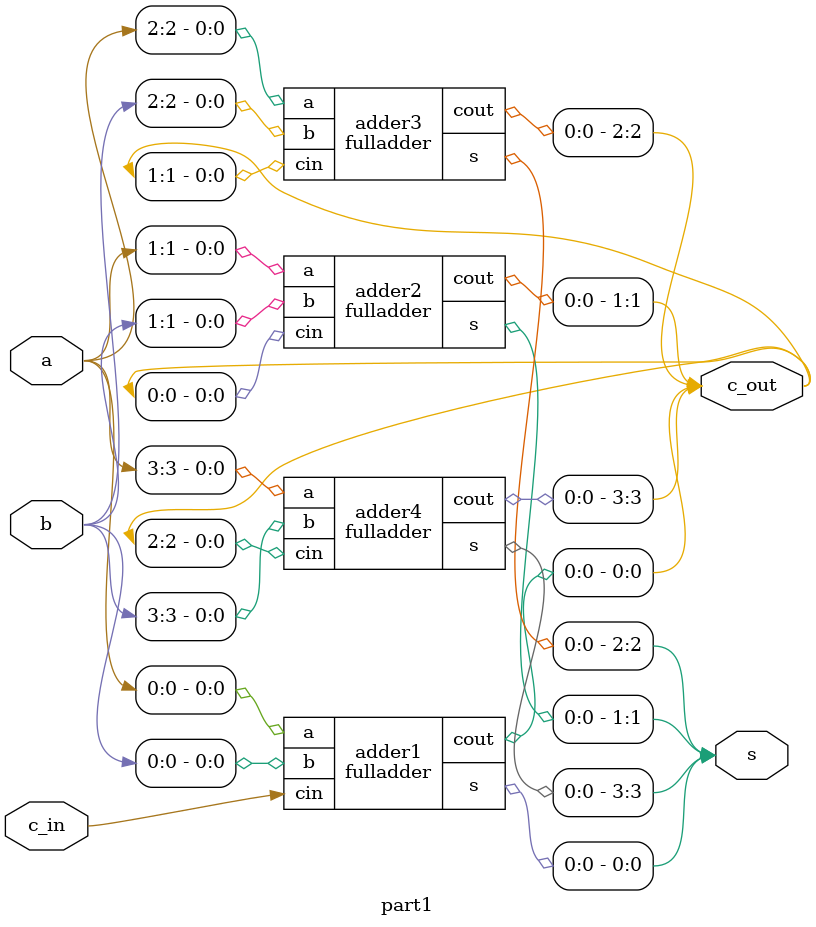
<source format=v>
`timescale 1ns/1ns
/*
module part2 (KEY, SW, LEDR, HEX0, HEX2, HEX3, HEX4); 

	input [7:0] SW; 
	output [6:0] HEX0, HEX2, HEX3, HEX4;
	input [1:0] KEY;
	output [7:0] LEDR;
		
	//assignments according to lab handout
	ALU U0 (.A(SW[7:4]), .B(SW[3:0]), .Function(KEY[1:0]), .ALUout(LEDR[7:0]));
	hex_decoder decoder1(.c(SW[3:0]), .display(HEX0));
	hex_decoder decoder2(.c(SW[7:4]), .display(HEX2));
	hex_decoder decoder3(.c(LEDR[3:0]), .display(HEX3));
	hex_decoder decoder4(.c(LEDR[7:4]), .display(HEX4));
	
endmodule 
*/
//~~~~~~~~~~~~~~~~~~~~~~~~~~~~~~~~~~~~~~~~~~~~~~~~~~~~~~~~~~~~~~~~~

module part2(A, B, Function, ALUout);

	input [1:0] Function;
	input [3:0] A, B;
	output reg [7:0] ALUout;
	//there are no c_in or c_out
	
	
	wire [3:0] s, cout; //to replace variables missing from the input
	
	
	part1 adder(A, B, 1'b0, s, cout);


	always @ (*)
		begin
		
			case (Function)
			//first function is using FA to add the two 4-bit inputs. modify the ALUout accordingly
				2'b00: ALUout = {3'b000, cout[3], s}; //curly brackets concatenate its contents!
			//second function is using the OR operator to check for 1s in the input. 
				2'b01: ALUout = |{A, B};
			//third function is using the AND operator to check if all inputs are 1.
				2'b10: ALUout = &{A, B};
				2'b11: ALUout = {A, B};
				default: ALUout = 8'b00000000;
			endcase
			
		end

endmodule 

module fulladder (a, b, cin, s, cout);

	input a, b, cin;
	output s, cout;
	
	assign s = a^b^cin; //a XOR b XOR cin
	assign cout = (a&b)|(cin&b)|(cin&a); //expression from lecture notes

endmodule 
//~~~~~~~~~~~~~~~~~~~~~~~~~~~~~~~~~~~~~~~~~~~~~~~~~~~~~~~~~~~~~~~~~

module hex_decoder (c, display);

	input [3:0] c; //4 input bits
	output [6:0] display; //7 outputs
	
	//handle taking in inputs
	
	wire wire0, wire1, wire2, wire3, wire4, wire5, wire6, wire7, wire8, wire9, wireA, wireB, wireC, wireD, wireE, wireF;
	
	assign wire0 = ~c[3]&~c[2]&~c[1]&~c[0];//0000
	assign wire1 = ~c[3]&~c[2]&~c[1]&c[0]; //0001
	assign wire2 = ~c[3]&~c[2]&c[1]&~c[0]; //0010
	assign wire3 = ~c[3]&~c[2]&c[1]&c[0];  //0011    0
	assign wire4 = ~c[3]&c[2]&~c[1]&~c[0]; //0100    _ 
	assign wire5 = ~c[3]&c[2]&~c[1]&c[0];  //0101 5 | |  1
	assign wire6 = ~c[3]&c[2]&c[1]&~c[0];  //0110    - 6
	assign wire7 = ~c[3]&c[2]&c[1]&c[0];	//0111 4 | |  2
	assign wire8 = c[3]&~c[2]&~c[1]&~c[0]; //1000    -
	assign wire9 = c[3]&~c[2]&~c[1]&c[0];	//1001
	assign wireA = c[3]&~c[2]&c[1]&~c[0];	//1010    3
	assign wireB = c[3]&~c[2]&c[1]&c[0];	//1011
	assign wireC = c[3]&c[2]&~c[1]&~c[0];	//1100
	assign wireD = c[3]&c[2]&~c[1]&c[0];	//1101
	assign wireE = c[3]&c[2]&c[1]&~c[0];	//1110
	assign wireF = c[3]&c[2]&c[1]&c[0];		//1111
	
	assign display[0] = ~(wire0||wire2||wire3||wire5||wire6||wire7||wire8||wire9||wireA||wireC||wireE||wireF);
	assign display[1] = ~(wire0||wire1||wire2||wire3||wire4||wire7||wire8||wire9||wireA||wireD);
	assign display[2] = ~(wire0||wire1||wire3||wire4||wire5||wire6||wire7||wire8||wire9||wireA||wireB||wireD);
	assign display[3] = ~(wire0||wire2||wire3||wire5||wire6||wire8||wire9||wireB||wireC||wireD||wireE);
	assign display[4] = ~(wire0||wire2||wire6||wire8||wireA||wireB||wireC||wireD||wireE||wireF);
	assign display[5] = ~(wire0||wire4||wire5||wire6||wire8||wire9||wireA||wireB||wireC||wireE||wireF);
	assign display[6] = ~(wire2||wire3||wire4||wire5||wire6||wire8||wire9||wireA||wireB||wireD||wireE||wireF);
endmodule 

module part1(a, b, c_in, s, c_out);

	input [3:0] a, b;
	input c_in;
	output [3:0] s, c_out;

	fulladder adder1(a[0], b[0], c_in, s[0], c_out[0]);
	fulladder adder2(a[1], b[1], c_out[0], s[1], c_out[1]);

	fulladder adder3(a[2], b[2], c_out[1], s[2], c_out[2]);

	fulladder adder4(a[3], b[3], c_out[2], s[3], c_out[3]);


endmodule 

</source>
